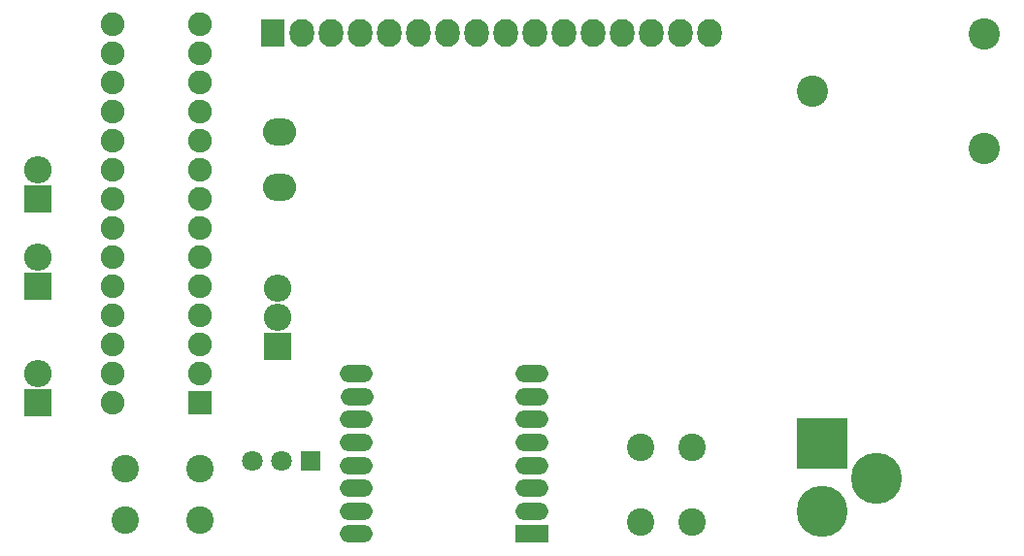
<source format=gbr>
G04 #@! TF.FileFunction,Soldermask,Bot*
%FSLAX46Y46*%
G04 Gerber Fmt 4.6, Leading zero omitted, Abs format (unit mm)*
G04 Created by KiCad (PCBNEW 4.0.2+dfsg1-stable) date Qui 19 Out 2017 15:04:08 BRT*
%MOMM*%
G01*
G04 APERTURE LIST*
%ADD10C,0.100000*%
%ADD11R,2.076400X2.076400*%
%ADD12C,2.076400*%
%ADD13O,2.398980X2.398980*%
%ADD14R,2.398980X2.398980*%
%ADD15R,1.797000X1.797000*%
%ADD16C,1.797000*%
%ADD17C,2.400000*%
%ADD18R,2.900000X1.500000*%
%ADD19O,2.900000X1.500000*%
%ADD20O,2.899360X2.398980*%
%ADD21R,2.127200X2.432000*%
%ADD22O,2.127200X2.432000*%
%ADD23C,2.740000*%
%ADD24R,4.464000X4.464000*%
%ADD25C,4.464000*%
G04 APERTURE END LIST*
D10*
D11*
X69583300Y-101092000D03*
D12*
X69583300Y-98552000D03*
X69583300Y-96012000D03*
X69583300Y-93472000D03*
X69583300Y-90932000D03*
X69583300Y-88392000D03*
X69583300Y-85852000D03*
X69583300Y-83312000D03*
X69583300Y-80772000D03*
X69583300Y-78232000D03*
X69583300Y-75692000D03*
X69583300Y-73152000D03*
X69583300Y-70612000D03*
X69583300Y-68072000D03*
X61963300Y-68072000D03*
X61963300Y-70612000D03*
X61963300Y-73152000D03*
X61963300Y-75692000D03*
X61963300Y-78232000D03*
X61963300Y-80772000D03*
X61963300Y-83312000D03*
X61963300Y-85852000D03*
X61963300Y-88392000D03*
X61963300Y-90932000D03*
X61963300Y-93472000D03*
X61963300Y-96012000D03*
X61963300Y-98552000D03*
X61963300Y-101092000D03*
D13*
X55486300Y-88404700D03*
D14*
X55486300Y-90944700D03*
D13*
X55486300Y-98526600D03*
D14*
X55486300Y-101066600D03*
D13*
X76403200Y-91084400D03*
D14*
X76403200Y-96164400D03*
D13*
X76403200Y-93624400D03*
D15*
X79222600Y-106121200D03*
D16*
X76682600Y-106121200D03*
X74142600Y-106121200D03*
D17*
X108047400Y-104965500D03*
X112547400Y-104965500D03*
X108047400Y-111465500D03*
X112547400Y-111465500D03*
X63057900Y-111294300D03*
X63057900Y-106794300D03*
X69557900Y-111294300D03*
X69557900Y-106794300D03*
D18*
X98591600Y-112534700D03*
D19*
X98591600Y-110534700D03*
X98591600Y-108534700D03*
X98591600Y-106534700D03*
X98591600Y-104534700D03*
X98591600Y-102534700D03*
X98591600Y-100534700D03*
X98591600Y-98534700D03*
X83191600Y-98534700D03*
X83291600Y-100534700D03*
X83191600Y-102534700D03*
X83191600Y-104534700D03*
X83191600Y-106534700D03*
X83191600Y-108534700D03*
X83191600Y-110534700D03*
X83191600Y-112534700D03*
D20*
X76581000Y-82285840D03*
X76581000Y-77403960D03*
D21*
X75966320Y-68798440D03*
D22*
X78506320Y-68798440D03*
X81046320Y-68798440D03*
X83586320Y-68798440D03*
X86126320Y-68798440D03*
X88666320Y-68798440D03*
X91206320Y-68798440D03*
X93746320Y-68798440D03*
X96286320Y-68798440D03*
X98826320Y-68798440D03*
X101366320Y-68798440D03*
X103906320Y-68798440D03*
X106446320Y-68798440D03*
X108986320Y-68798440D03*
X111526320Y-68798440D03*
X114066320Y-68798440D03*
D13*
X55486300Y-80772000D03*
D14*
X55486300Y-83312000D03*
D23*
X138008360Y-78884800D03*
X123008360Y-73884800D03*
X138008360Y-68884800D03*
D24*
X123880880Y-104602280D03*
D25*
X123880880Y-110571280D03*
X128579880Y-107650280D03*
M02*

</source>
